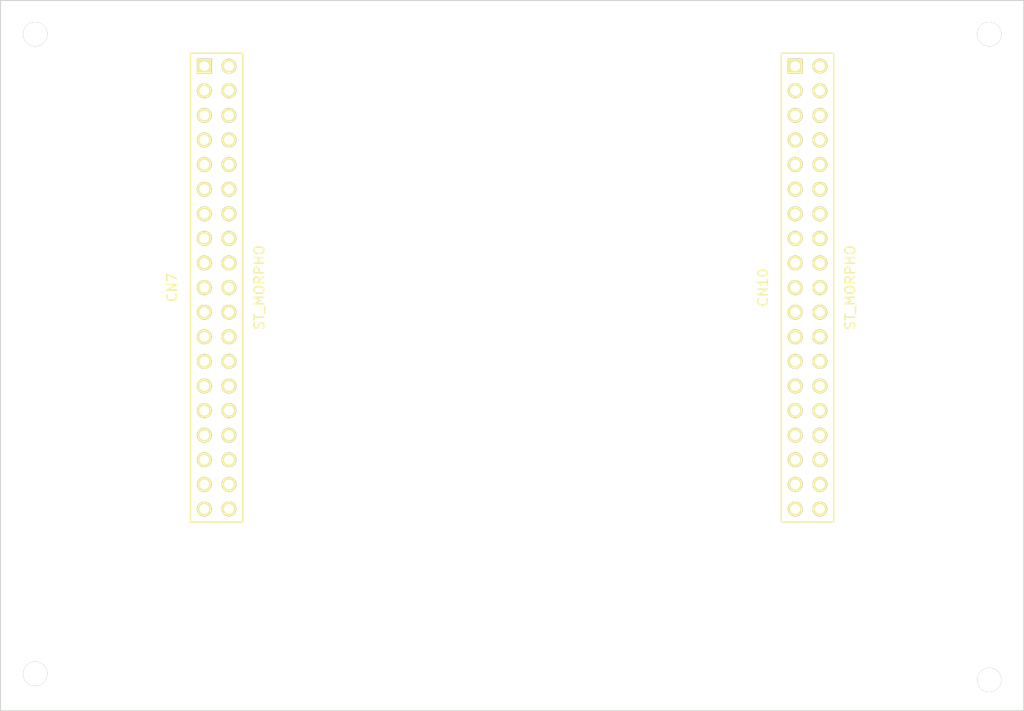
<source format=kicad_pcb>
(kicad_pcb (version 20211014) (generator pcbnew)
  (layers (0 "F.Cu" signal) (31 "B.Cu" signal) (34 "B.Paste" user) (35 "F.Paste" user) (36 "B.SilkS" user "B.Silkscreen") (37 "F.SilkS" user "F.Silkscreen") (38 "B.Mask" user) (39 "F.Mask" user) (44 "Edge.Cuts" user))
  (net 0 "")
  (net 1 "+3.3V")
  (net 2 "+5V")
  (net 3 "GND")
  (net 4 "VDD")
  (footprint "ST_Morpho" (layer "F.Cu") (at 101.27 190)
    (fp_text reference "CN7" (at -4.6 0 90) (layer "F.SilkS"))
    (fp_text value "ST_MORPHO" (at 4.4 0 90) (layer "F.SilkS"))
    (fp_line (start -2.7 -24.2) (end 2.7 -24.2) (layer "F.SilkS") (width 0.15))
    (fp_line (start 2.7 24.2) (end -2.7 24.2) (layer "F.SilkS") (width 0.15))
    (fp_line (start -2.7 24.2) (end -2.7 -24.2) (layer "F.SilkS") (width 0.15))
    (fp_line (start -2.7 -24.1) (end -2.7 -24.2) (layer "F.SilkS") (width 0.15))
    (fp_line (start 2.7 -24.2) (end 2.7 24.2) (layer "F.SilkS") (width 0.15))
    (pad "1" thru_hole rect locked (at -1.27 -22.86) (size 1.524 1.524) (drill 1.016) (layers *.Cu *.Mask "F.SilkS"))
    (pad "2" thru_hole circle locked (at 1.27 -22.86) (size 1.524 1.524) (drill 1.016) (layers *.Cu *.Mask "F.SilkS"))
    (pad "3" thru_hole circle locked (at -1.27 -20.32) (size 1.524 1.524) (drill 1.016) (layers *.Cu *.Mask "F.SilkS"))
    (pad "4" thru_hole circle locked (at 1.27 -20.32) (size 1.524 1.524) (drill 1.016) (layers *.Cu *.Mask "F.SilkS"))
    (pad "5" thru_hole circle locked (at -1.27 -17.78) (size 1.524 1.524) (drill 1.016) (layers *.Cu *.Mask "F.SilkS") (net 4 "VDD"))
    (pad "6" thru_hole circle locked (at 1.27 -17.78) (size 1.524 1.524) (drill 1.016) (layers *.Cu *.Mask "F.SilkS"))
    (pad "7" thru_hole circle locked (at -1.27 -15.24) (size 1.524 1.524) (drill 1.016) (layers *.Cu *.Mask "F.SilkS"))
    (pad "8" thru_hole circle locked (at 1.27 -15.24) (size 1.524 1.524) (drill 1.016) (layers *.Cu *.Mask "F.SilkS") (net 3 "GND"))
    (pad "9" thru_hole circle locked (at -1.27 -12.7) (size 1.524 1.524) (drill 1.016) (layers *.Cu *.Mask "F.SilkS"))
    (pad "10" thru_hole circle locked (at 1.27 -12.7) (size 1.524 1.524) (drill 1.016) (layers *.Cu *.Mask "F.SilkS"))
    (pad "11" thru_hole circle locked (at -1.27 -10.16) (size 1.524 1.524) (drill 1.016) (layers *.Cu *.Mask "F.SilkS"))
    (pad "12" thru_hole circle locked (at 1.27 -10.16) (size 1.524 1.524) (drill 1.016) (layers *.Cu *.Mask "F.SilkS"))
    (pad "13" thru_hole circle locked (at -1.27 -7.62) (size 1.524 1.524) (drill 1.016) (layers *.Cu *.Mask "F.SilkS"))
    (pad "14" thru_hole circle locked (at 1.27 -7.62) (size 1.524 1.524) (drill 1.016) (layers *.Cu *.Mask "F.SilkS"))
    (pad "15" thru_hole circle locked (at -1.27 -5.08) (size 1.524 1.524) (drill 1.016) (layers *.Cu *.Mask "F.SilkS"))
    (pad "16" thru_hole circle locked (at 1.27 -5.08) (size 1.524 1.524) (drill 1.016) (layers *.Cu *.Mask "F.SilkS") (net 1 "+3.3V"))
    (pad "17" thru_hole circle locked (at -1.27 -2.54) (size 1.524 1.524) (drill 1.016) (layers *.Cu *.Mask "F.SilkS"))
    (pad "18" thru_hole circle locked (at 1.27 -2.54) (size 1.524 1.524) (drill 1.016) (layers *.Cu *.Mask "F.SilkS") (net 2 "+5V"))
    (pad "19" thru_hole circle locked (at -1.27 0) (size 1.524 1.524) (drill 1.016) (layers *.Cu *.Mask "F.SilkS") (net 3 "GND"))
    (pad "20" thru_hole circle locked (at 1.27 0) (size 1.524 1.524) (drill 1.016) (layers *.Cu *.Mask "F.SilkS") (net 3 "GND"))
    (pad "21" thru_hole circle locked (at -1.27 2.54) (size 1.524 1.524) (drill 1.016) (layers *.Cu *.Mask "F.SilkS"))
    (pad "22" thru_hole circle locked (at 1.27 2.54) (size 1.524 1.524) (drill 1.016) (layers *.Cu *.Mask "F.SilkS") (net 3 "GND"))
    (pad "23" thru_hole circle locked (at -1.27 5.08) (size 1.524 1.524) (drill 1.016) (layers *.Cu *.Mask "F.SilkS"))
    (pad "24" thru_hole circle locked (at 1.27 5.08) (size 1.524 1.524) (drill 1.016) (layers *.Cu *.Mask "F.SilkS"))
    (pad "25" thru_hole circle locked (at -1.27 7.62) (size 1.524 1.524) (drill 1.016) (layers *.Cu *.Mask "F.SilkS"))
    (pad "26" thru_hole circle locked (at 1.27 7.62) (size 1.524 1.524) (drill 1.016) (layers *.Cu *.Mask "F.SilkS"))
    (pad "27" thru_hole circle locked (at -1.27 10.16) (size 1.524 1.524) (drill 1.016) (layers *.Cu *.Mask "F.SilkS"))
    (pad "28" thru_hole circle locked (at 1.27 10.16) (size 1.524 1.524) (drill 1.016) (layers *.Cu *.Mask "F.SilkS"))
    (pad "29" thru_hole circle locked (at -1.27 12.7) (size 1.524 1.524) (drill 1.016) (layers *.Cu *.Mask "F.SilkS"))
    (pad "30" thru_hole circle locked (at 1.27 12.7) (size 1.524 1.524) (drill 1.016) (layers *.Cu *.Mask "F.SilkS"))
    (pad "31" thru_hole circle locked (at -1.27 15.24) (size 1.524 1.524) (drill 1.016) (layers *.Cu *.Mask "F.SilkS"))
    (pad "32" thru_hole circle locked (at 1.27 15.24) (size 1.524 1.524) (drill 1.016) (layers *.Cu *.Mask "F.SilkS"))
    (pad "33" thru_hole circle locked (at -1.27 17.78) (size 1.524 1.524) (drill 1.016) (layers *.Cu *.Mask "F.SilkS"))
    (pad "34" thru_hole circle locked (at 1.27 17.78) (size 1.524 1.524) (drill 1.016) (layers *.Cu *.Mask "F.SilkS"))
    (pad "35" thru_hole circle locked (at -1.27 20.32) (size 1.524 1.524) (drill 1.016) (layers *.Cu *.Mask "F.SilkS"))
    (pad "36" thru_hole circle locked (at 1.27 20.32) (size 1.524 1.524) (drill 1.016) (layers *.Cu *.Mask "F.SilkS"))
    (pad "37" thru_hole circle locked (at -1.27 22.86) (size 1.524 1.524) (drill 1.016) (layers *.Cu *.Mask "F.SilkS"))
    (pad "38" thru_hole circle locked (at 1.27 22.86) (size 1.524 1.524) (drill 1.016) (layers *.Cu *.Mask "F.SilkS"))
  )
  (footprint "ST_Morpho" (layer "F.Cu") (at 162.23 190)
    (fp_text reference "CN10" (at -4.6 0 90) (layer "F.SilkS"))
    (fp_text value "ST_MORPHO" (at 4.4 0 90) (layer "F.SilkS"))
    (fp_line (start -2.7 24.2) (end -2.7 -24.2) (layer "F.SilkS") (width 0.15))
    (fp_line (start -2.7 -24.1) (end -2.7 -24.2) (layer "F.SilkS") (width 0.15))
    (fp_line (start 2.7 24.2) (end -2.7 24.2) (layer "F.SilkS") (width 0.15))
    (fp_line (start -2.7 -24.2) (end 2.7 -24.2) (layer "F.SilkS") (width 0.15))
    (fp_line (start 2.7 -24.2) (end 2.7 24.2) (layer "F.SilkS") (width 0.15))
    (pad "1" thru_hole rect locked (at -1.27 -22.86) (size 1.524 1.524) (drill 1.016) (layers *.Cu *.Mask "F.SilkS"))
    (pad "2" thru_hole circle locked (at 1.27 -22.86) (size 1.524 1.524) (drill 1.016) (layers *.Cu *.Mask "F.SilkS"))
    (pad "3" thru_hole circle locked (at -1.27 -20.32) (size 1.524 1.524) (drill 1.016) (layers *.Cu *.Mask "F.SilkS"))
    (pad "4" thru_hole circle locked (at 1.27 -20.32) (size 1.524 1.524) (drill 1.016) (layers *.Cu *.Mask "F.SilkS"))
    (pad "5" thru_hole circle locked (at -1.27 -17.78) (size 1.524 1.524) (drill 1.016) (layers *.Cu *.Mask "F.SilkS"))
    (pad "6" thru_hole circle locked (at 1.27 -17.78) (size 1.524 1.524) (drill 1.016) (layers *.Cu *.Mask "F.SilkS"))
    (pad "7" thru_hole circle locked (at -1.27 -15.24) (size 1.524 1.524) (drill 1.016) (layers *.Cu *.Mask "F.SilkS"))
    (pad "8" thru_hole circle locked (at 1.27 -15.24) (size 1.524 1.524) (drill 1.016) (layers *.Cu *.Mask "F.SilkS"))
    (pad "9" thru_hole circle locked (at -1.27 -12.7) (size 1.524 1.524) (drill 1.016) (layers *.Cu *.Mask "F.SilkS") (net 3 "GND"))
    (pad "10" thru_hole circle locked (at 1.27 -12.7) (size 1.524 1.524) (drill 1.016) (layers *.Cu *.Mask "F.SilkS"))
    (pad "11" thru_hole circle locked (at -1.27 -10.16) (size 1.524 1.524) (drill 1.016) (layers *.Cu *.Mask "F.SilkS"))
    (pad "12" thru_hole circle locked (at 1.27 -10.16) (size 1.524 1.524) (drill 1.016) (layers *.Cu *.Mask "F.SilkS"))
    (pad "13" thru_hole circle locked (at -1.27 -7.62) (size 1.524 1.524) (drill 1.016) (layers *.Cu *.Mask "F.SilkS"))
    (pad "14" thru_hole circle locked (at 1.27 -7.62) (size 1.524 1.524) (drill 1.016) (layers *.Cu *.Mask "F.SilkS"))
    (pad "15" thru_hole circle locked (at -1.27 -5.08) (size 1.524 1.524) (drill 1.016) (layers *.Cu *.Mask "F.SilkS"))
    (pad "16" thru_hole circle locked (at 1.27 -5.08) (size 1.524 1.524) (drill 1.016) (layers *.Cu *.Mask "F.SilkS"))
    (pad "17" thru_hole circle locked (at -1.27 -2.54) (size 1.524 1.524) (drill 1.016) (layers *.Cu *.Mask "F.SilkS"))
    (pad "18" thru_hole circle locked (at 1.27 -2.54) (size 1.524 1.524) (drill 1.016) (layers *.Cu *.Mask "F.SilkS"))
    (pad "19" thru_hole circle locked (at -1.27 0) (size 1.524 1.524) (drill 1.016) (layers *.Cu *.Mask "F.SilkS"))
    (pad "20" thru_hole circle locked (at 1.27 0) (size 1.524 1.524) (drill 1.016) (layers *.Cu *.Mask "F.SilkS") (net 3 "GND"))
    (pad "21" thru_hole circle locked (at -1.27 2.54) (size 1.524 1.524) (drill 1.016) (layers *.Cu *.Mask "F.SilkS"))
    (pad "22" thru_hole circle locked (at 1.27 2.54) (size 1.524 1.524) (drill 1.016) (layers *.Cu *.Mask "F.SilkS"))
    (pad "23" thru_hole circle locked (at -1.27 5.08) (size 1.524 1.524) (drill 1.016) (layers *.Cu *.Mask "F.SilkS"))
    (pad "24" thru_hole circle locked (at 1.27 5.08) (size 1.524 1.524) (drill 1.016) (layers *.Cu *.Mask "F.SilkS"))
    (pad "25" thru_hole circle locked (at -1.27 7.62) (size 1.524 1.524) (drill 1.016) (layers *.Cu *.Mask "F.SilkS"))
    (pad "26" thru_hole circle locked (at 1.27 7.62) (size 1.524 1.524) (drill 1.016) (layers *.Cu *.Mask "F.SilkS"))
    (pad "27" thru_hole circle locked (at -1.27 10.16) (size 1.524 1.524) (drill 1.016) (layers *.Cu *.Mask "F.SilkS"))
    (pad "28" thru_hole circle locked (at 1.27 10.16) (size 1.524 1.524) (drill 1.016) (layers *.Cu *.Mask "F.SilkS"))
    (pad "29" thru_hole circle locked (at -1.27 12.7) (size 1.524 1.524) (drill 1.016) (layers *.Cu *.Mask "F.SilkS"))
    (pad "30" thru_hole circle locked (at 1.27 12.7) (size 1.524 1.524) (drill 1.016) (layers *.Cu *.Mask "F.SilkS"))
    (pad "31" thru_hole circle locked (at -1.27 15.24) (size 1.524 1.524) (drill 1.016) (layers *.Cu *.Mask "F.SilkS"))
    (pad "32" thru_hole circle locked (at 1.27 15.24) (size 1.524 1.524) (drill 1.016) (layers *.Cu *.Mask "F.SilkS"))
    (pad "33" thru_hole circle locked (at -1.27 17.78) (size 1.524 1.524) (drill 1.016) (layers *.Cu *.Mask "F.SilkS"))
    (pad "34" thru_hole circle locked (at 1.27 17.78) (size 1.524 1.524) (drill 1.016) (layers *.Cu *.Mask "F.SilkS"))
    (pad "35" thru_hole circle locked (at -1.27 20.32) (size 1.524 1.524) (drill 1.016) (layers *.Cu *.Mask "F.SilkS"))
    (pad "36" thru_hole circle locked (at 1.27 20.32) (size 1.524 1.524) (drill 1.016) (layers *.Cu *.Mask "F.SilkS"))
    (pad "37" thru_hole circle locked (at -1.27 22.86) (size 1.524 1.524) (drill 1.016) (layers *.Cu *.Mask "F.SilkS"))
    (pad "38" thru_hole circle locked (at 1.27 22.86) (size 1.524 1.524) (drill 1.016) (layers *.Cu *.Mask "F.SilkS"))
  )
  (footprint "MountingHole_2-5mm_RevA_Date21Jun2010" (layer "F.Cu") (at 82.55 163.83)
    (fp_text reference "MH" hide)
    (fp_text value "MountingHole_2-5mm_RevA_Date21Jun2010" hide)
    (pad "" thru_hole circle locked (at 0 0) (size 2.49936 2.49936) (drill 2.49936) (layers))
  )
  (footprint "MountingHole_2-5mm_RevA_Date21Jun2010" (layer "F.Cu") (at 82.55 229.87)
    (fp_text reference "MH" hide)
    (fp_text value "MountingHole_2-5mm_RevA_Date21Jun2010" hide)
    (pad "" thru_hole circle locked (at 0 0) (size 2.49936 2.49936) (drill 2.49936) (layers))
  )
  (footprint "MountingHole_2-5mm_RevA_Date21Jun2010" (layer "F.Cu") (at 180.975 230.505)
    (fp_text reference "MH" hide)
    (fp_text value "MountingHole_2-5mm_RevA_Date21Jun2010" hide)
    (pad "" thru_hole circle locked (at 0 0) (size 2.49936 2.49936) (drill 2.49936) (layers))
  )
  (footprint "MountingHole_2-5mm_RevA_Date21Jun2010" (layer "F.Cu") (at 180.975 163.83)
    (fp_text reference "MH" hide)
    (fp_text value "MountingHole_2-5mm_RevA_Date21Jun2010" hide)
    (pad "" thru_hole circle locked (at 0 0) (size 2.49936 2.49936) (drill 2.49936) (layers))
  )
  (gr_line (start 184.53 233.68) (end 78.97 233.68) (layer "Edge.Cuts") (width 0.1))
  (gr_line (start 78.97 160.36) (end 184.53 160.36) (layer "Edge.Cuts") (width 0.1))
  (gr_line (start 184.53 160.36) (end 184.53 233.68) (layer "Edge.Cuts") (width 0.1))
  (gr_line (start 78.97 233.68) (end 78.97 160.36) (layer "Edge.Cuts") (width 0.1))
)
</source>
